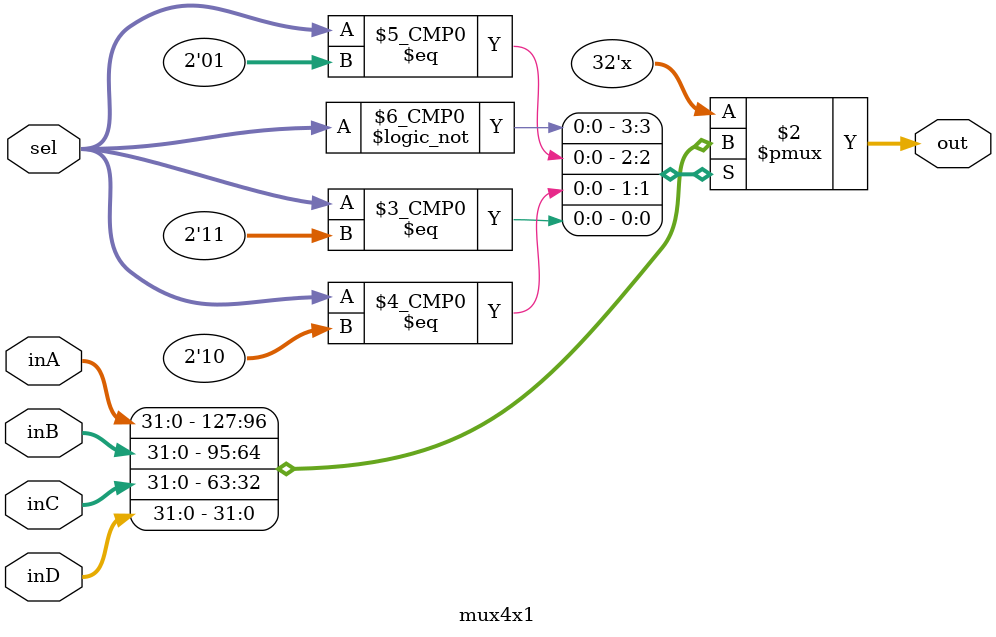
<source format=v>
module mux4x1(
    input       [1:0]   sel,
    input       [31:0]  inA,
    input       [31:0]  inB,
    input       [31:0]  inC,
    input       [31:0]  inD,
    output reg  [31:0]  out
);

always @* begin
    case (sel)
        2'b00: out = inA;
        2'b01: out = inB;
        2'b10: out = inC;
        2'b11: out = inD;
    endcase
end

endmodule
</source>
